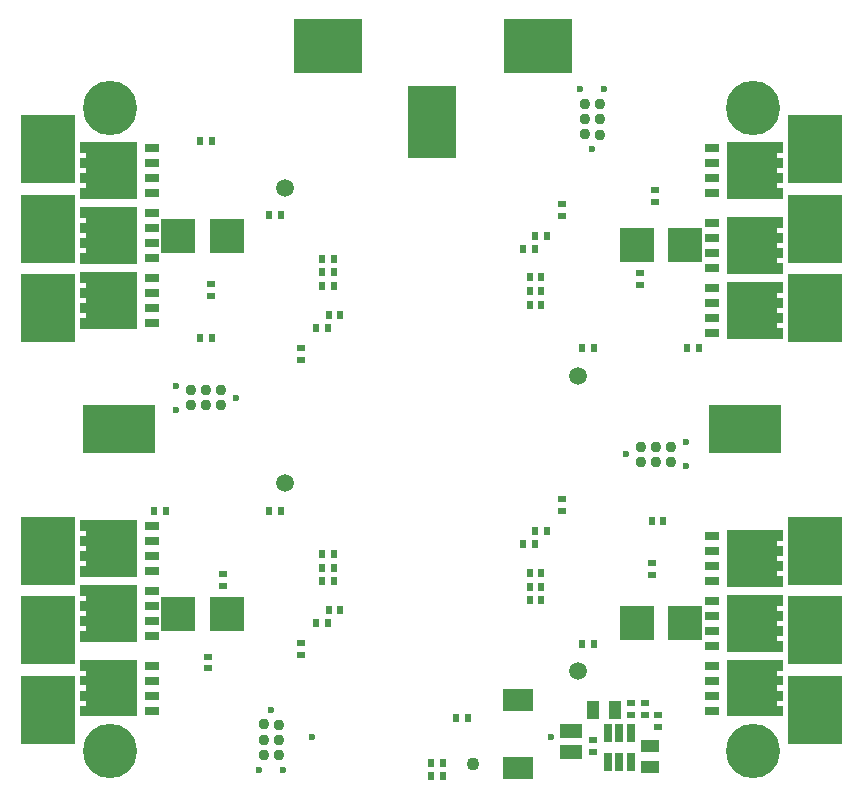
<source format=gbs>
G04*
G04 #@! TF.GenerationSoftware,Altium Limited,Altium Designer,19.1.7 (138)*
G04*
G04 Layer_Color=16711935*
%FSLAX44Y44*%
%MOMM*%
G71*
G01*
G75*
%ADD44R,0.6000X0.7000*%
%ADD50R,0.7000X0.6000*%
%ADD51C,0.6000*%
%ADD55R,4.6000X5.8500*%
%ADD56R,5.8500X4.6000*%
%ADD58R,6.1000X4.1000*%
%ADD59R,4.1000X6.1000*%
%ADD61R,1.2500X0.7500*%
%ADD66R,1.5000X1.0500*%
%ADD67R,1.0500X1.5000*%
%ADD68C,4.6000*%
%ADD69C,1.5000*%
%ADD70C,0.5572*%
%ADD71C,0.9890*%
%ADD90R,2.8900X2.9200*%
%ADD94R,2.6400X1.9796*%
%ADD95R,0.6588X1.5732*%
%ADD96R,1.8700X1.2000*%
%ADD97C,1.1000*%
%ADD98C,0.9382*%
G36*
X-297750Y-195000D02*
X-249750Y-195000D01*
X-249750Y-243000D01*
X-297750Y-243000D01*
X-297750Y-233750D01*
X-292750D01*
X-292750Y-229500D01*
X-297750D01*
Y-221250D01*
X-292750D01*
Y-216750D01*
X-297750D01*
Y-208500D01*
X-292750D01*
Y-204250D01*
X-297750D01*
X-297750Y-195000D01*
D02*
G37*
G36*
Y-132000D02*
X-249750Y-132000D01*
X-249750Y-180000D01*
X-297750Y-180000D01*
X-297750Y-170750D01*
X-292750D01*
X-292750Y-166500D01*
X-297750D01*
Y-158250D01*
X-292750D01*
Y-153750D01*
X-297750D01*
Y-145500D01*
X-292750D01*
Y-141250D01*
X-297750D01*
X-297750Y-132000D01*
D02*
G37*
G36*
Y-77000D02*
X-249750Y-77000D01*
X-249750Y-125000D01*
X-297750Y-125000D01*
X-297750Y-115750D01*
X-292750D01*
X-292750Y-111500D01*
X-297750D01*
Y-103250D01*
X-292750D01*
Y-98750D01*
X-297750D01*
Y-90500D01*
X-292750D01*
Y-86250D01*
X-297750D01*
X-297750Y-77000D01*
D02*
G37*
G36*
Y133000D02*
X-249750Y133000D01*
X-249750Y85000D01*
X-297750Y85000D01*
X-297750Y94250D01*
X-292750D01*
X-292750Y98500D01*
X-297750D01*
Y106750D01*
X-292750D01*
Y111250D01*
X-297750D01*
Y119500D01*
X-292750D01*
Y123750D01*
X-297750D01*
X-297750Y133000D01*
D02*
G37*
G36*
Y188000D02*
X-249750Y188000D01*
X-249750Y140000D01*
X-297750Y140000D01*
X-297750Y149250D01*
X-292750D01*
X-292750Y153500D01*
X-297750D01*
Y161750D01*
X-292750D01*
Y166250D01*
X-297750D01*
Y174500D01*
X-292750D01*
Y178750D01*
X-297750D01*
X-297750Y188000D01*
D02*
G37*
G36*
Y243000D02*
X-249750D01*
X-249750Y195000D01*
X-297750Y195000D01*
X-297750Y204250D01*
X-292750D01*
X-292750Y208500D01*
X-297750D01*
Y216750D01*
X-292750D01*
Y221250D01*
X-297750D01*
Y229500D01*
X-292750D01*
Y233750D01*
X-297750D01*
X-297750Y243000D01*
D02*
G37*
G36*
X297750Y-243000D02*
X249750Y-243000D01*
X249750Y-195000D01*
X297750Y-195000D01*
X297750Y-204250D01*
X292750D01*
X292750Y-208500D01*
X297750D01*
Y-216750D01*
X292750D01*
Y-221250D01*
X297750D01*
Y-229500D01*
X292750D01*
Y-233750D01*
X297750D01*
X297750Y-243000D01*
D02*
G37*
G36*
Y-188000D02*
X249750Y-188000D01*
X249750Y-140000D01*
X297750Y-140000D01*
X297750Y-149250D01*
X292750D01*
X292750Y-153500D01*
X297750D01*
Y-161750D01*
X292750D01*
Y-166250D01*
X297750D01*
Y-174500D01*
X292750D01*
Y-178750D01*
X297750D01*
X297750Y-188000D01*
D02*
G37*
G36*
Y-133000D02*
X249750Y-133000D01*
X249750Y-85000D01*
X297750Y-85000D01*
X297750Y-94250D01*
X292750D01*
X292750Y-98500D01*
X297750D01*
Y-106750D01*
X292750D01*
Y-111250D01*
X297750D01*
Y-119500D01*
X292750D01*
Y-123750D01*
X297750D01*
X297750Y-133000D01*
D02*
G37*
G36*
X297750Y76999D02*
X249750Y76999D01*
X249750Y124999D01*
X297750Y124999D01*
X297750Y115749D01*
X292750D01*
X292750Y111499D01*
X297750D01*
Y103249D01*
X292750D01*
Y98749D01*
X297750D01*
Y90499D01*
X292750D01*
Y86249D01*
X297750D01*
Y76999D01*
D02*
G37*
G36*
Y131999D02*
X249750Y131999D01*
X249750Y179999D01*
X297750Y179999D01*
X297750Y170749D01*
X292750D01*
X292750Y166499D01*
X297750D01*
Y158249D01*
X292750D01*
Y153749D01*
X297750D01*
Y145499D01*
X292750D01*
Y141249D01*
X297750D01*
Y131999D01*
D02*
G37*
G36*
Y194999D02*
X249750Y194999D01*
X249750Y242999D01*
X297750Y242999D01*
X297750Y233749D01*
X292750D01*
X292750Y229499D01*
X297750D01*
Y221249D01*
X292750D01*
Y216749D01*
X297750D01*
Y208499D01*
X292750D01*
Y204249D01*
X297750D01*
X297750Y194999D01*
D02*
G37*
D44*
X9250Y-293250D02*
D03*
X-750D02*
D03*
X31000Y-244000D02*
D03*
X21000D02*
D03*
X-750Y-282500D02*
D03*
X9250D02*
D03*
X127500Y68749D02*
D03*
X137500D02*
D03*
X-127500Y-68750D02*
D03*
X-137500D02*
D03*
X-186250Y77250D02*
D03*
X-196250D02*
D03*
X-225000Y-68984D02*
D03*
X-235000D02*
D03*
X83002Y105345D02*
D03*
X93002D02*
D03*
X83002Y117023D02*
D03*
X93002D02*
D03*
X83002Y-144654D02*
D03*
X93002D02*
D03*
X83002Y-132976D02*
D03*
X93002D02*
D03*
X-83002Y-105346D02*
D03*
X-93002D02*
D03*
X-83002Y-117024D02*
D03*
X-93002D02*
D03*
X-83002Y132976D02*
D03*
X-93002D02*
D03*
X-83002Y144654D02*
D03*
X-93002D02*
D03*
X127500Y-181250D02*
D03*
X137500D02*
D03*
X-127500Y181250D02*
D03*
X-137500D02*
D03*
X-77252Y-152846D02*
D03*
X-87252D02*
D03*
X77252Y-97154D02*
D03*
X87252D02*
D03*
X77252Y152845D02*
D03*
X87252D02*
D03*
X-77252Y97154D02*
D03*
X-87252D02*
D03*
X-87502Y-164096D02*
D03*
X-97502D02*
D03*
X87502Y-85904D02*
D03*
X97502D02*
D03*
X87502Y164095D02*
D03*
X97502D02*
D03*
X-87502Y85904D02*
D03*
X-97502D02*
D03*
X226500Y68750D02*
D03*
X216500D02*
D03*
X-196250Y244500D02*
D03*
X-186250D02*
D03*
X196250Y-77250D02*
D03*
X186250D02*
D03*
X-92998Y-128702D02*
D03*
X-82998D02*
D03*
X92998Y-121298D02*
D03*
X82998D02*
D03*
X92998Y128701D02*
D03*
X82998D02*
D03*
X-92998Y121298D02*
D03*
X-82998D02*
D03*
D50*
X169165Y-231843D02*
D03*
Y-241843D02*
D03*
X180587Y-241843D02*
D03*
Y-231843D02*
D03*
X136399Y-262715D02*
D03*
Y-272715D02*
D03*
X-186750Y113250D02*
D03*
Y123250D02*
D03*
X-176276Y-122682D02*
D03*
Y-132682D02*
D03*
X-189230Y-202358D02*
D03*
Y-192358D02*
D03*
X-110252Y-180846D02*
D03*
Y-190846D02*
D03*
X110252Y-69154D02*
D03*
Y-59154D02*
D03*
X110252Y180846D02*
D03*
Y190846D02*
D03*
X-110252Y69154D02*
D03*
Y59154D02*
D03*
X191750Y-251500D02*
D03*
Y-241500D02*
D03*
X186750Y-123250D02*
D03*
Y-113250D02*
D03*
X176276Y132681D02*
D03*
Y122681D02*
D03*
X189230Y192357D02*
D03*
Y202357D02*
D03*
D51*
X-101001Y-260001D02*
D03*
X100999D02*
D03*
X135850Y237099D02*
D03*
X146010Y287899D02*
D03*
X125690Y287899D02*
D03*
X164850Y-21100D02*
D03*
X215650Y-31260D02*
D03*
X215650Y-10940D02*
D03*
X-135850Y-237100D02*
D03*
X-146010Y-287900D02*
D03*
X-125690D02*
D03*
X-165752Y27011D02*
D03*
X-216552Y37171D02*
D03*
Y16851D02*
D03*
D55*
X325000Y237499D02*
D03*
Y169999D02*
D03*
Y102499D02*
D03*
X-325000Y-237500D02*
D03*
Y-170000D02*
D03*
Y-102500D02*
D03*
X325000D02*
D03*
Y-170000D02*
D03*
Y-237500D02*
D03*
X-325000Y237500D02*
D03*
Y170000D02*
D03*
Y102500D02*
D03*
D56*
X90000Y325000D02*
D03*
X-87500D02*
D03*
D58*
X265000Y0D02*
D03*
X-265000D02*
D03*
D59*
X0Y260604D02*
D03*
D61*
X-237000Y-175050D02*
D03*
Y-162350D02*
D03*
Y-149650D02*
D03*
Y-136950D02*
D03*
X-291000Y-175050D02*
D03*
Y-162350D02*
D03*
Y-149650D02*
D03*
Y-136950D02*
D03*
X-237000Y-120050D02*
D03*
Y-107350D02*
D03*
Y-94650D02*
D03*
Y-81950D02*
D03*
X-291000Y-120050D02*
D03*
Y-107350D02*
D03*
Y-94650D02*
D03*
Y-81950D02*
D03*
X-237000Y-238050D02*
D03*
Y-225350D02*
D03*
Y-212650D02*
D03*
Y-199950D02*
D03*
X-291000Y-238050D02*
D03*
Y-225350D02*
D03*
Y-212650D02*
D03*
Y-199950D02*
D03*
X291000Y-183050D02*
D03*
Y-170350D02*
D03*
Y-157650D02*
D03*
Y-144950D02*
D03*
X237000Y-183050D02*
D03*
Y-170350D02*
D03*
Y-157650D02*
D03*
Y-144950D02*
D03*
X291000Y136949D02*
D03*
Y149649D02*
D03*
Y162349D02*
D03*
Y175049D02*
D03*
X237000Y136949D02*
D03*
Y149649D02*
D03*
Y162349D02*
D03*
Y175049D02*
D03*
X-291000Y183050D02*
D03*
Y170350D02*
D03*
Y157650D02*
D03*
Y144950D02*
D03*
X-237000Y183050D02*
D03*
Y170350D02*
D03*
Y157650D02*
D03*
Y144950D02*
D03*
X291000Y-238050D02*
D03*
Y-225350D02*
D03*
Y-212650D02*
D03*
Y-199950D02*
D03*
X237000Y-238050D02*
D03*
Y-225350D02*
D03*
Y-212650D02*
D03*
Y-199950D02*
D03*
X291000Y81949D02*
D03*
Y94649D02*
D03*
Y107349D02*
D03*
Y120049D02*
D03*
X237000Y81949D02*
D03*
Y94649D02*
D03*
Y107349D02*
D03*
Y120049D02*
D03*
X-291000Y238050D02*
D03*
Y225350D02*
D03*
Y212650D02*
D03*
Y199950D02*
D03*
X-237000Y238050D02*
D03*
Y225350D02*
D03*
Y212650D02*
D03*
Y199950D02*
D03*
X291000Y-128050D02*
D03*
Y-115350D02*
D03*
Y-102650D02*
D03*
Y-89950D02*
D03*
X237000Y-128050D02*
D03*
Y-115350D02*
D03*
Y-102650D02*
D03*
Y-89950D02*
D03*
X291000Y199949D02*
D03*
Y212649D02*
D03*
Y225349D02*
D03*
Y238049D02*
D03*
X237000Y199949D02*
D03*
Y212649D02*
D03*
Y225349D02*
D03*
Y238049D02*
D03*
X-291000Y128050D02*
D03*
Y115350D02*
D03*
Y102650D02*
D03*
Y89950D02*
D03*
X-237000Y128050D02*
D03*
Y115350D02*
D03*
Y102650D02*
D03*
Y89950D02*
D03*
D66*
X184659Y-286109D02*
D03*
Y-267609D02*
D03*
D67*
X137055Y-237489D02*
D03*
X155555D02*
D03*
D68*
X272500Y272500D02*
D03*
X272500Y-272500D02*
D03*
X-272500D02*
D03*
Y272500D02*
D03*
D69*
X-124252Y-45346D02*
D03*
X124252Y-204654D02*
D03*
X124253Y45346D02*
D03*
X-124252Y204654D02*
D03*
D70*
X325000Y247499D02*
D03*
Y257499D02*
D03*
Y227499D02*
D03*
Y217499D02*
D03*
X335000Y257499D02*
D03*
X345000D02*
D03*
X315000D02*
D03*
X305000D02*
D03*
X335000Y247499D02*
D03*
X345000D02*
D03*
X315000D02*
D03*
X305000D02*
D03*
X335000Y217499D02*
D03*
X345000D02*
D03*
X315000D02*
D03*
X305000D02*
D03*
X335000Y227499D02*
D03*
X345000D02*
D03*
X315000D02*
D03*
X305000D02*
D03*
Y237499D02*
D03*
X315000D02*
D03*
X345000D02*
D03*
X335000D02*
D03*
X325000Y179999D02*
D03*
Y189999D02*
D03*
Y159999D02*
D03*
Y149999D02*
D03*
X335000Y189999D02*
D03*
X345000D02*
D03*
X315000D02*
D03*
X305000D02*
D03*
X335000Y179999D02*
D03*
X345000D02*
D03*
X315000D02*
D03*
X305000D02*
D03*
X335000Y149999D02*
D03*
X345000D02*
D03*
X315000D02*
D03*
X305000D02*
D03*
X335000Y159999D02*
D03*
X345000D02*
D03*
X315000D02*
D03*
X305000D02*
D03*
Y169999D02*
D03*
X315000D02*
D03*
X345000D02*
D03*
X335000D02*
D03*
X325000Y112499D02*
D03*
Y122499D02*
D03*
Y92499D02*
D03*
Y82499D02*
D03*
X335000Y122499D02*
D03*
X345000D02*
D03*
X315000D02*
D03*
X305000D02*
D03*
X335000Y112499D02*
D03*
X345000D02*
D03*
X315000D02*
D03*
X305000D02*
D03*
X335000Y82499D02*
D03*
X345000D02*
D03*
X315000D02*
D03*
X305000D02*
D03*
X335000Y92499D02*
D03*
X345000D02*
D03*
X315000D02*
D03*
X305000D02*
D03*
Y102499D02*
D03*
X315000D02*
D03*
X345000D02*
D03*
X335000D02*
D03*
X-325000Y-247500D02*
D03*
Y-257500D02*
D03*
Y-227500D02*
D03*
Y-217500D02*
D03*
X-335000Y-257500D02*
D03*
X-345000D02*
D03*
X-315000D02*
D03*
X-305000D02*
D03*
X-335000Y-247500D02*
D03*
X-345000D02*
D03*
X-315000D02*
D03*
X-305000D02*
D03*
X-335000Y-217500D02*
D03*
X-345000D02*
D03*
X-315000D02*
D03*
X-305000D02*
D03*
X-335000Y-227500D02*
D03*
X-345000D02*
D03*
X-315000D02*
D03*
X-305000D02*
D03*
Y-237500D02*
D03*
X-315000D02*
D03*
X-345000D02*
D03*
X-335000D02*
D03*
X-325000Y-180000D02*
D03*
Y-190000D02*
D03*
Y-160000D02*
D03*
Y-150000D02*
D03*
X-335000Y-190000D02*
D03*
X-345000D02*
D03*
X-315000D02*
D03*
X-305000D02*
D03*
X-335000Y-180000D02*
D03*
X-345000D02*
D03*
X-315000D02*
D03*
X-305000D02*
D03*
X-335000Y-150000D02*
D03*
X-345000D02*
D03*
X-315000D02*
D03*
X-305000D02*
D03*
X-335000Y-160000D02*
D03*
X-345000D02*
D03*
X-315000D02*
D03*
X-305000D02*
D03*
Y-170000D02*
D03*
X-315000D02*
D03*
X-345000D02*
D03*
X-335000D02*
D03*
X-325000Y-112500D02*
D03*
Y-122500D02*
D03*
Y-92500D02*
D03*
Y-82500D02*
D03*
X-335000Y-122500D02*
D03*
X-345000D02*
D03*
X-315000D02*
D03*
X-305000D02*
D03*
X-335000Y-112500D02*
D03*
X-345000D02*
D03*
X-315000D02*
D03*
X-305000D02*
D03*
X-335000Y-82500D02*
D03*
X-345000D02*
D03*
X-315000D02*
D03*
X-305000D02*
D03*
X-335000Y-92500D02*
D03*
X-345000D02*
D03*
X-315000D02*
D03*
X-305000D02*
D03*
Y-102500D02*
D03*
X-315000D02*
D03*
X-345000D02*
D03*
X-335000D02*
D03*
X325000Y-92500D02*
D03*
Y-82500D02*
D03*
Y-112500D02*
D03*
Y-122500D02*
D03*
X335000Y-82500D02*
D03*
X345000D02*
D03*
X315000D02*
D03*
X305000D02*
D03*
X335000Y-92500D02*
D03*
X345000D02*
D03*
X315000D02*
D03*
X305000D02*
D03*
X335000Y-122500D02*
D03*
X345000D02*
D03*
X315000D02*
D03*
X305000D02*
D03*
X335000Y-112500D02*
D03*
X345000D02*
D03*
X315000D02*
D03*
X305000D02*
D03*
Y-102500D02*
D03*
X315000D02*
D03*
X345000D02*
D03*
X335000D02*
D03*
X325000Y-160000D02*
D03*
Y-150000D02*
D03*
Y-180000D02*
D03*
Y-190000D02*
D03*
X335000Y-150000D02*
D03*
X345000D02*
D03*
X315000D02*
D03*
X305000D02*
D03*
X335000Y-160000D02*
D03*
X345000D02*
D03*
X315000D02*
D03*
X305000D02*
D03*
X335000Y-190000D02*
D03*
X345000D02*
D03*
X315000D02*
D03*
X305000D02*
D03*
X335000Y-180000D02*
D03*
X345000D02*
D03*
X315000D02*
D03*
X305000D02*
D03*
Y-170000D02*
D03*
X315000D02*
D03*
X345000D02*
D03*
X335000D02*
D03*
X325000Y-227500D02*
D03*
Y-217500D02*
D03*
Y-247500D02*
D03*
Y-257500D02*
D03*
X335000Y-217500D02*
D03*
X345000D02*
D03*
X315000D02*
D03*
X305000D02*
D03*
X335000Y-227500D02*
D03*
X345000D02*
D03*
X315000D02*
D03*
X305000D02*
D03*
X335000Y-257500D02*
D03*
X345000D02*
D03*
X315000D02*
D03*
X305000D02*
D03*
X335000Y-247500D02*
D03*
X345000D02*
D03*
X315000D02*
D03*
X305000D02*
D03*
Y-237500D02*
D03*
X315000D02*
D03*
X345000D02*
D03*
X335000D02*
D03*
X-325000Y227500D02*
D03*
Y217500D02*
D03*
Y247500D02*
D03*
Y257500D02*
D03*
X-335000Y217500D02*
D03*
X-345000D02*
D03*
X-315000D02*
D03*
X-305000D02*
D03*
X-335000Y227500D02*
D03*
X-345000D02*
D03*
X-315000D02*
D03*
X-305000D02*
D03*
X-335000Y257500D02*
D03*
X-345000D02*
D03*
X-315000D02*
D03*
X-305000D02*
D03*
X-335000Y247500D02*
D03*
X-345000D02*
D03*
X-315000D02*
D03*
X-305000D02*
D03*
Y237500D02*
D03*
X-315000D02*
D03*
X-345000D02*
D03*
X-335000D02*
D03*
X-325000Y160000D02*
D03*
Y150000D02*
D03*
Y180000D02*
D03*
Y190000D02*
D03*
X-335000Y150000D02*
D03*
X-345000D02*
D03*
X-315000D02*
D03*
X-305000D02*
D03*
X-335000Y160000D02*
D03*
X-345000D02*
D03*
X-315000D02*
D03*
X-305000D02*
D03*
X-335000Y190000D02*
D03*
X-345000D02*
D03*
X-315000D02*
D03*
X-305000D02*
D03*
X-335000Y180000D02*
D03*
X-345000D02*
D03*
X-315000D02*
D03*
X-305000D02*
D03*
Y170000D02*
D03*
X-315000D02*
D03*
X-345000D02*
D03*
X-335000D02*
D03*
X-325000Y92500D02*
D03*
Y82500D02*
D03*
Y112500D02*
D03*
Y122500D02*
D03*
X-335000Y82500D02*
D03*
X-345000D02*
D03*
X-315000D02*
D03*
X-305000D02*
D03*
X-335000Y92500D02*
D03*
X-345000D02*
D03*
X-315000D02*
D03*
X-305000D02*
D03*
X-335000Y122500D02*
D03*
X-345000D02*
D03*
X-315000D02*
D03*
X-305000D02*
D03*
X-335000Y112500D02*
D03*
X-345000D02*
D03*
X-315000D02*
D03*
X-305000D02*
D03*
Y102500D02*
D03*
X-315000D02*
D03*
X-345000D02*
D03*
X-335000D02*
D03*
X100000Y325000D02*
D03*
X110000D02*
D03*
X80000D02*
D03*
X70000D02*
D03*
X110000Y315000D02*
D03*
Y305000D02*
D03*
Y335000D02*
D03*
Y345000D02*
D03*
X100000Y315000D02*
D03*
Y305000D02*
D03*
Y335000D02*
D03*
Y345000D02*
D03*
X70000Y315000D02*
D03*
Y305000D02*
D03*
Y335000D02*
D03*
Y345000D02*
D03*
X80000Y315000D02*
D03*
Y305000D02*
D03*
Y335000D02*
D03*
Y345000D02*
D03*
X90000D02*
D03*
Y335000D02*
D03*
Y305000D02*
D03*
Y315000D02*
D03*
X-77500Y325000D02*
D03*
X-67500D02*
D03*
X-97500D02*
D03*
X-107500D02*
D03*
X-67500Y315000D02*
D03*
Y305000D02*
D03*
Y335000D02*
D03*
Y345000D02*
D03*
X-77500Y315000D02*
D03*
Y305000D02*
D03*
Y335000D02*
D03*
Y345000D02*
D03*
X-107500Y315000D02*
D03*
Y305000D02*
D03*
Y335000D02*
D03*
Y345000D02*
D03*
X-97500Y315000D02*
D03*
Y305000D02*
D03*
Y335000D02*
D03*
Y345000D02*
D03*
X-87500D02*
D03*
Y335000D02*
D03*
Y305000D02*
D03*
Y315000D02*
D03*
D71*
X325000Y237499D02*
D03*
Y169999D02*
D03*
Y102499D02*
D03*
X-325000Y-237500D02*
D03*
Y-170000D02*
D03*
Y-102500D02*
D03*
X325000D02*
D03*
Y-170000D02*
D03*
Y-237500D02*
D03*
X-325000Y237500D02*
D03*
Y170000D02*
D03*
Y102500D02*
D03*
X90000Y325000D02*
D03*
X-87500D02*
D03*
D90*
X-214450Y-156000D02*
D03*
X-173550D02*
D03*
X173550Y-164000D02*
D03*
X214450D02*
D03*
X173550Y155999D02*
D03*
X214450D02*
D03*
X-173550Y164000D02*
D03*
X-214450D02*
D03*
D94*
X72898Y-229108D02*
D03*
Y-286766D02*
D03*
D95*
X149506Y-281178D02*
D03*
X159005D02*
D03*
X168504D02*
D03*
Y-257302D02*
D03*
X159004D02*
D03*
X149504D02*
D03*
D96*
X117857Y-273009D02*
D03*
Y-255309D02*
D03*
D97*
X35250Y-283500D02*
D03*
D98*
X129500Y249799D02*
D03*
X142200Y249599D02*
D03*
X142200Y262499D02*
D03*
Y275199D02*
D03*
X129500Y262499D02*
D03*
Y275199D02*
D03*
X177550Y-14750D02*
D03*
X177350Y-27450D02*
D03*
X190250D02*
D03*
X202950D02*
D03*
X190250Y-14750D02*
D03*
X202950Y-14750D02*
D03*
X-129500Y-249800D02*
D03*
X-142200Y-249600D02*
D03*
Y-262500D02*
D03*
Y-275200D02*
D03*
X-129500Y-262500D02*
D03*
X-129500Y-275200D02*
D03*
X-178452Y20661D02*
D03*
X-178252Y33361D02*
D03*
X-191152D02*
D03*
X-203852D02*
D03*
X-191152Y20661D02*
D03*
X-203852D02*
D03*
M02*

</source>
